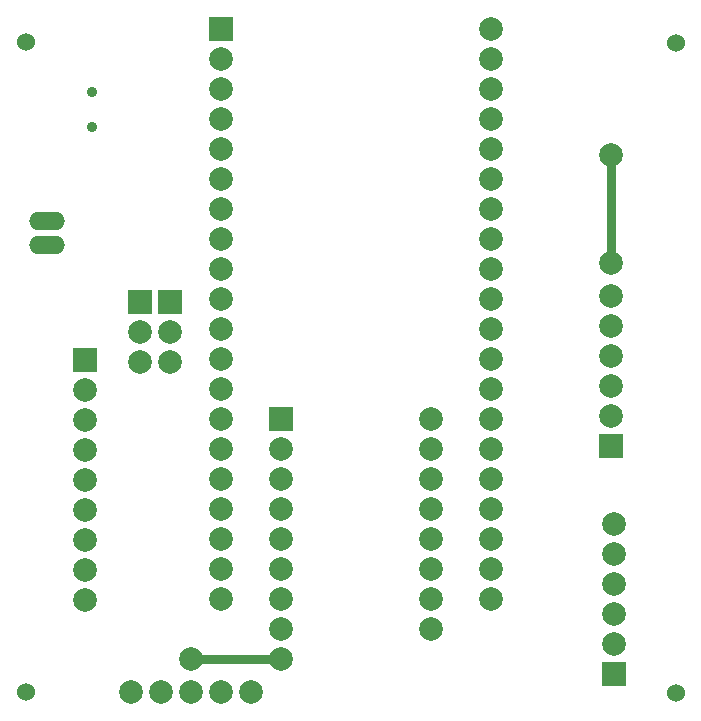
<source format=gtl>
G04 Layer_Physical_Order=1*
G04 Layer_Color=25308*
%FSLAX23Y23*%
%MOIN*%
G70*
G01*
G75*
%ADD10C,0.031*%
%ADD11O,0.120X0.060*%
%ADD12C,0.079*%
%ADD13R,0.079X0.079*%
%ADD14R,0.079X0.079*%
%ADD15C,0.035*%
%ADD16C,0.060*%
D10*
X3050Y2530D02*
X3050Y2890D01*
X1650Y1210D02*
X1950Y1210D01*
D11*
X1170Y2591D02*
D03*
X1170Y2670D02*
D03*
D12*
X3050Y2420D02*
D03*
X3050Y2320D02*
D03*
X3050Y2220D02*
D03*
X3050Y2120D02*
D03*
X3050Y2020D02*
D03*
X2450Y1310D02*
D03*
X2450Y1410D02*
D03*
X2450Y1510D02*
D03*
X2450Y1610D02*
D03*
X2450Y1710D02*
D03*
X2450Y1810D02*
D03*
X2450Y1910D02*
D03*
X2450Y2010D02*
D03*
X1950Y1310D02*
D03*
X1950Y1410D02*
D03*
X1950Y1510D02*
D03*
X1950Y1610D02*
D03*
X1950Y1710D02*
D03*
X1950Y1810D02*
D03*
X1950Y1910D02*
D03*
X3060Y1660D02*
D03*
X3060Y1560D02*
D03*
X3060Y1460D02*
D03*
X3060Y1360D02*
D03*
X3060Y1260D02*
D03*
X1850Y1100D02*
D03*
X1750Y1100D02*
D03*
X1650Y1100D02*
D03*
X1550Y1100D02*
D03*
X1450Y1100D02*
D03*
X1480Y2200D02*
D03*
X1480Y2300D02*
D03*
X1580Y2200D02*
D03*
X1580Y2300D02*
D03*
X1295Y1405D02*
D03*
X1295Y1505D02*
D03*
X1295Y1605D02*
D03*
X1295Y1705D02*
D03*
X1295Y1805D02*
D03*
X1295Y1905D02*
D03*
X1295Y2005D02*
D03*
X1295Y2105D02*
D03*
X2650Y1410D02*
D03*
X2650Y1510D02*
D03*
X2650Y1610D02*
D03*
X2650Y1710D02*
D03*
X2650Y1810D02*
D03*
X2650Y1910D02*
D03*
X2650Y2010D02*
D03*
X2650Y2110D02*
D03*
X2650Y2210D02*
D03*
X2650Y2310D02*
D03*
X2650Y2410D02*
D03*
X2650Y2510D02*
D03*
X2650Y2610D02*
D03*
X2650Y2710D02*
D03*
X2650Y2810D02*
D03*
X2650Y2910D02*
D03*
X2650Y3010D02*
D03*
X2650Y3110D02*
D03*
X2650Y3210D02*
D03*
X2650Y3310D02*
D03*
X1750Y1410D02*
D03*
X1750Y1510D02*
D03*
X1750Y1610D02*
D03*
X1750Y1710D02*
D03*
X1750Y1810D02*
D03*
X1750Y1910D02*
D03*
X1750Y2010D02*
D03*
X1750Y2110D02*
D03*
X1750Y2210D02*
D03*
X1750Y2310D02*
D03*
X1750Y2410D02*
D03*
X1750Y2510D02*
D03*
X1750Y2610D02*
D03*
X1750Y2710D02*
D03*
X1750Y2810D02*
D03*
X1750Y2910D02*
D03*
X1750Y3010D02*
D03*
X1750Y3110D02*
D03*
X1750Y3210D02*
D03*
X3050Y2530D02*
D03*
X3050Y2890D02*
D03*
X1950Y1210D02*
D03*
X1650Y1210D02*
D03*
D13*
X3050Y1920D02*
D03*
X3060Y1160D02*
D03*
X1480Y2400D02*
D03*
X1580Y2400D02*
D03*
X1295Y2205D02*
D03*
D14*
X1950Y2010D02*
D03*
X1750Y3310D02*
D03*
D15*
X1320Y3101D02*
D03*
X1320Y2982D02*
D03*
D16*
X3264Y3264D02*
D03*
X3264Y1098D02*
D03*
X1098Y1099D02*
D03*
X1098Y3265D02*
D03*
M02*

</source>
